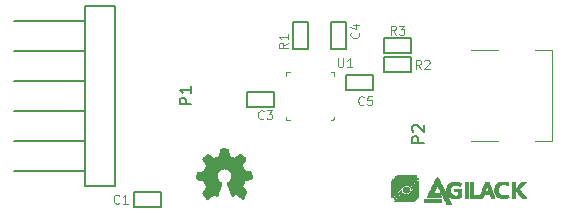
<source format=gbr>
G04 #@! TF.FileFunction,Legend,Top*
%FSLAX46Y46*%
G04 Gerber Fmt 4.6, Leading zero omitted, Abs format (unit mm)*
G04 Created by KiCad (PCBNEW 4.0.2+dfsg1-stable) date mar. 12 sept. 2017 13:22:42 CEST*
%MOMM*%
G01*
G04 APERTURE LIST*
%ADD10C,0.100000*%
%ADD11C,0.150000*%
%ADD12C,0.101600*%
%ADD13C,0.127000*%
%ADD14C,0.027940*%
%ADD15C,0.198120*%
G04 APERTURE END LIST*
D10*
D11*
X117100000Y-98650000D02*
X123100000Y-98650000D01*
X117100000Y-101190000D02*
X123100000Y-101190000D01*
X117100000Y-103730000D02*
X123100000Y-103730000D01*
X117100000Y-106270000D02*
X123100000Y-106270000D01*
X117100000Y-108810000D02*
X123100000Y-108810000D01*
X117100000Y-111350000D02*
X123100000Y-111350000D01*
X125640000Y-112620000D02*
X125640000Y-97380000D01*
X125640000Y-97380000D02*
X123100000Y-97380000D01*
X123100000Y-97380000D02*
X123100000Y-112620000D01*
X125640000Y-112620000D02*
X123100000Y-112620000D01*
D12*
X158061600Y-101139200D02*
X155724800Y-101139200D01*
X162650000Y-101139200D02*
X161211200Y-101139200D01*
X161211200Y-108860800D02*
X162650000Y-108860800D01*
X162650000Y-108860800D02*
X162650000Y-101139200D01*
X155724800Y-108860800D02*
X158061600Y-108860800D01*
X143877200Y-107082000D02*
X144029600Y-107082000D01*
X144029600Y-107082000D02*
X144182000Y-106929600D01*
X144182000Y-106929600D02*
X144182000Y-106777200D01*
X140118000Y-107082000D02*
X140422800Y-107082000D01*
X140118000Y-107082000D02*
X140118000Y-106777200D01*
X140118000Y-103018000D02*
X140118000Y-103322800D01*
X140118000Y-103018000D02*
X140422800Y-103018000D01*
X144182000Y-103018000D02*
X144182000Y-103322800D01*
X144182000Y-103018000D02*
X143877200Y-103018000D01*
D13*
X127257000Y-113165000D02*
X129543000Y-113165000D01*
X129543000Y-113165000D02*
X129543000Y-114435000D01*
X129543000Y-114435000D02*
X127257000Y-114435000D01*
X127257000Y-114435000D02*
X127257000Y-113165000D01*
X139118000Y-105935000D02*
X136832000Y-105935000D01*
X136832000Y-105935000D02*
X136832000Y-104665000D01*
X136832000Y-104665000D02*
X139118000Y-104665000D01*
X139118000Y-104665000D02*
X139118000Y-105935000D01*
X143865000Y-101043000D02*
X143865000Y-98757000D01*
X143865000Y-98757000D02*
X145135000Y-98757000D01*
X145135000Y-98757000D02*
X145135000Y-101043000D01*
X145135000Y-101043000D02*
X143865000Y-101043000D01*
X145182000Y-103240000D02*
X147468000Y-103240000D01*
X147468000Y-103240000D02*
X147468000Y-104510000D01*
X147468000Y-104510000D02*
X145182000Y-104510000D01*
X145182000Y-104510000D02*
X145182000Y-103240000D01*
X141960000Y-98757000D02*
X141960000Y-101043000D01*
X141960000Y-101043000D02*
X140690000Y-101043000D01*
X140690000Y-101043000D02*
X140690000Y-98757000D01*
X140690000Y-98757000D02*
X141960000Y-98757000D01*
X148382000Y-101740000D02*
X150668000Y-101740000D01*
X150668000Y-101740000D02*
X150668000Y-103010000D01*
X150668000Y-103010000D02*
X148382000Y-103010000D01*
X148382000Y-103010000D02*
X148382000Y-101740000D01*
X150668000Y-101410000D02*
X148382000Y-101410000D01*
X148382000Y-101410000D02*
X148382000Y-100140000D01*
X148382000Y-100140000D02*
X150668000Y-100140000D01*
X150668000Y-100140000D02*
X150668000Y-101410000D01*
D14*
X134683500Y-109461300D02*
X134937500Y-109461300D01*
X134531100Y-109486700D02*
X135166100Y-109486700D01*
X134531100Y-109512100D02*
X135166100Y-109512100D01*
X134505700Y-109537500D02*
X135191500Y-109537500D01*
X134505700Y-109562900D02*
X135191500Y-109562900D01*
X134505700Y-109588300D02*
X135191500Y-109588300D01*
X134505700Y-109613700D02*
X135191500Y-109613700D01*
X134505700Y-109639100D02*
X135191500Y-109639100D01*
X134505700Y-109664500D02*
X135191500Y-109664500D01*
X134480300Y-109689900D02*
X135216900Y-109689900D01*
X134480300Y-109715300D02*
X135216900Y-109715300D01*
X134480300Y-109740700D02*
X135216900Y-109740700D01*
X134480300Y-109766100D02*
X135216900Y-109766100D01*
X134480300Y-109791500D02*
X135216900Y-109791500D01*
X134454900Y-109816900D02*
X135216900Y-109816900D01*
X134454900Y-109842300D02*
X135242300Y-109842300D01*
X134454900Y-109867700D02*
X135242300Y-109867700D01*
X134454900Y-109893100D02*
X135242300Y-109893100D01*
X134454900Y-109918500D02*
X135242300Y-109918500D01*
X133413500Y-109943900D02*
X133489700Y-109943900D01*
X134454900Y-109943900D02*
X135242300Y-109943900D01*
X136182100Y-109943900D02*
X136283700Y-109943900D01*
X133388100Y-109969300D02*
X133515100Y-109969300D01*
X134429500Y-109969300D02*
X135242300Y-109969300D01*
X136131300Y-109969300D02*
X136309100Y-109969300D01*
X133362700Y-109994700D02*
X133565900Y-109994700D01*
X134429500Y-109994700D02*
X135242300Y-109994700D01*
X136105900Y-109994700D02*
X136334500Y-109994700D01*
X133311900Y-110020100D02*
X133591300Y-110020100D01*
X134429500Y-110020100D02*
X135267700Y-110020100D01*
X136055100Y-110020100D02*
X136385300Y-110020100D01*
X133286500Y-110045500D02*
X133642100Y-110045500D01*
X134429500Y-110045500D02*
X135267700Y-110045500D01*
X136029700Y-110045500D02*
X136410700Y-110045500D01*
X133261100Y-110070900D02*
X133667500Y-110070900D01*
X134429500Y-110070900D02*
X135267700Y-110070900D01*
X135978900Y-110070900D02*
X136436100Y-110070900D01*
X133235700Y-110096300D02*
X133692900Y-110096300D01*
X134404100Y-110096300D02*
X135267700Y-110096300D01*
X135953500Y-110096300D02*
X136461500Y-110096300D01*
X133210300Y-110121700D02*
X133743700Y-110121700D01*
X134327900Y-110121700D02*
X135369300Y-110121700D01*
X135902700Y-110121700D02*
X136486900Y-110121700D01*
X133184900Y-110147100D02*
X133769100Y-110147100D01*
X134251700Y-110147100D02*
X135445500Y-110147100D01*
X135877300Y-110147100D02*
X136512300Y-110147100D01*
X133159500Y-110172500D02*
X133819900Y-110172500D01*
X134175500Y-110172500D02*
X135496300Y-110172500D01*
X135826500Y-110172500D02*
X136537700Y-110172500D01*
X133134100Y-110197900D02*
X133845300Y-110197900D01*
X134124700Y-110197900D02*
X135572500Y-110197900D01*
X135801100Y-110197900D02*
X136563100Y-110197900D01*
X133108700Y-110223300D02*
X133870700Y-110223300D01*
X134073900Y-110223300D02*
X135623300Y-110223300D01*
X135775700Y-110223300D02*
X136588500Y-110223300D01*
X133083300Y-110248700D02*
X133921500Y-110248700D01*
X134023100Y-110248700D02*
X135674100Y-110248700D01*
X135724900Y-110248700D02*
X136613900Y-110248700D01*
X133057900Y-110274100D02*
X133946900Y-110274100D01*
X133972300Y-110274100D02*
X136639300Y-110274100D01*
X133032500Y-110299500D02*
X136639300Y-110299500D01*
X133032500Y-110324900D02*
X136664700Y-110324900D01*
X133007100Y-110350300D02*
X136664700Y-110350300D01*
X133007100Y-110375700D02*
X136664700Y-110375700D01*
X133032500Y-110401100D02*
X136664700Y-110401100D01*
X133032500Y-110426500D02*
X136639300Y-110426500D01*
X133057900Y-110451900D02*
X136639300Y-110451900D01*
X133083300Y-110477300D02*
X136613900Y-110477300D01*
X133083300Y-110502700D02*
X136588500Y-110502700D01*
X133108700Y-110528100D02*
X136563100Y-110528100D01*
X133134100Y-110553500D02*
X136563100Y-110553500D01*
X133159500Y-110578900D02*
X136537700Y-110578900D01*
X133159500Y-110604300D02*
X136512300Y-110604300D01*
X133184900Y-110629700D02*
X136512300Y-110629700D01*
X133210300Y-110655100D02*
X136486900Y-110655100D01*
X133210300Y-110680500D02*
X136461500Y-110680500D01*
X133235700Y-110705900D02*
X136436100Y-110705900D01*
X133261100Y-110731300D02*
X136436100Y-110731300D01*
X133261100Y-110756700D02*
X136410700Y-110756700D01*
X133286500Y-110782100D02*
X136385300Y-110782100D01*
X133311900Y-110807500D02*
X136359900Y-110807500D01*
X133311900Y-110832900D02*
X136359900Y-110832900D01*
X133337300Y-110858300D02*
X136334500Y-110858300D01*
X133337300Y-110883700D02*
X136334500Y-110883700D01*
X133337300Y-110909100D02*
X136359900Y-110909100D01*
X133311900Y-110934500D02*
X136385300Y-110934500D01*
X133311900Y-110959900D02*
X136385300Y-110959900D01*
X133286500Y-110985300D02*
X136410700Y-110985300D01*
X133286500Y-111010700D02*
X136410700Y-111010700D01*
X133261100Y-111036100D02*
X136436100Y-111036100D01*
X133261100Y-111061500D02*
X136436100Y-111061500D01*
X133235700Y-111086900D02*
X136461500Y-111086900D01*
X133235700Y-111112300D02*
X136461500Y-111112300D01*
X133210300Y-111137700D02*
X136461500Y-111137700D01*
X133210300Y-111163100D02*
X134734300Y-111163100D01*
X134962900Y-111163100D02*
X136486900Y-111163100D01*
X133210300Y-111188500D02*
X134658100Y-111188500D01*
X135039100Y-111188500D02*
X136486900Y-111188500D01*
X133184900Y-111213900D02*
X134581900Y-111213900D01*
X135115300Y-111213900D02*
X136512300Y-111213900D01*
X133184900Y-111239300D02*
X134531100Y-111239300D01*
X135166100Y-111239300D02*
X136512300Y-111239300D01*
X133184900Y-111264700D02*
X134505700Y-111264700D01*
X135191500Y-111264700D02*
X136512300Y-111264700D01*
X133159500Y-111290100D02*
X134454900Y-111290100D01*
X135242300Y-111290100D02*
X136537700Y-111290100D01*
X133159500Y-111315500D02*
X134429500Y-111315500D01*
X135267700Y-111315500D02*
X136613900Y-111315500D01*
X133159500Y-111340900D02*
X134404100Y-111340900D01*
X135293100Y-111340900D02*
X136766300Y-111340900D01*
X133134100Y-111366300D02*
X134378700Y-111366300D01*
X135318500Y-111366300D02*
X136893300Y-111366300D01*
X132981700Y-111391700D02*
X134353300Y-111391700D01*
X135343900Y-111391700D02*
X137045700Y-111391700D01*
X132829300Y-111417100D02*
X134353300Y-111417100D01*
X135343900Y-111417100D02*
X137147300Y-111417100D01*
X132676900Y-111442500D02*
X134327900Y-111442500D01*
X135369300Y-111442500D02*
X137147300Y-111442500D01*
X132549900Y-111467900D02*
X134302500Y-111467900D01*
X135394700Y-111467900D02*
X137172700Y-111467900D01*
X132524500Y-111493300D02*
X134302500Y-111493300D01*
X135394700Y-111493300D02*
X137172700Y-111493300D01*
X132524500Y-111518700D02*
X134277100Y-111518700D01*
X135420100Y-111518700D02*
X137172700Y-111518700D01*
X132524500Y-111544100D02*
X134277100Y-111544100D01*
X135420100Y-111544100D02*
X137172700Y-111544100D01*
X132524500Y-111569500D02*
X134251700Y-111569500D01*
X135445500Y-111569500D02*
X137172700Y-111569500D01*
X132524500Y-111594900D02*
X134251700Y-111594900D01*
X135445500Y-111594900D02*
X137172700Y-111594900D01*
X132524500Y-111620300D02*
X134251700Y-111620300D01*
X135445500Y-111620300D02*
X137172700Y-111620300D01*
X132524500Y-111645700D02*
X134251700Y-111645700D01*
X135470900Y-111645700D02*
X137172700Y-111645700D01*
X132524500Y-111671100D02*
X134226300Y-111671100D01*
X135470900Y-111671100D02*
X137172700Y-111671100D01*
X132524500Y-111696500D02*
X134226300Y-111696500D01*
X135470900Y-111696500D02*
X137198100Y-111696500D01*
X132499100Y-111721900D02*
X134226300Y-111721900D01*
X135470900Y-111721900D02*
X137198100Y-111721900D01*
X132499100Y-111747300D02*
X134226300Y-111747300D01*
X135470900Y-111747300D02*
X137198100Y-111747300D01*
X132499100Y-111772700D02*
X134226300Y-111772700D01*
X135470900Y-111772700D02*
X137198100Y-111772700D01*
X132499100Y-111798100D02*
X134226300Y-111798100D01*
X135470900Y-111798100D02*
X137198100Y-111798100D01*
X132499100Y-111823500D02*
X134226300Y-111823500D01*
X135470900Y-111823500D02*
X137198100Y-111823500D01*
X132499100Y-111848900D02*
X134226300Y-111848900D01*
X135470900Y-111848900D02*
X137198100Y-111848900D01*
X132499100Y-111874300D02*
X134226300Y-111874300D01*
X135470900Y-111874300D02*
X137198100Y-111874300D01*
X132499100Y-111899700D02*
X134226300Y-111899700D01*
X135470900Y-111899700D02*
X137198100Y-111899700D01*
X132499100Y-111925100D02*
X134251700Y-111925100D01*
X135470900Y-111925100D02*
X137198100Y-111925100D01*
X132524500Y-111950500D02*
X134251700Y-111950500D01*
X135445500Y-111950500D02*
X137198100Y-111950500D01*
X132524500Y-111975900D02*
X134251700Y-111975900D01*
X135445500Y-111975900D02*
X137172700Y-111975900D01*
X132524500Y-112001300D02*
X134277100Y-112001300D01*
X135445500Y-112001300D02*
X137172700Y-112001300D01*
X132524500Y-112026700D02*
X134277100Y-112026700D01*
X135420100Y-112026700D02*
X137172700Y-112026700D01*
X132524500Y-112052100D02*
X134277100Y-112052100D01*
X135420100Y-112052100D02*
X137147300Y-112052100D01*
X132524500Y-112077500D02*
X134302500Y-112077500D01*
X135394700Y-112077500D02*
X136994900Y-112077500D01*
X132626100Y-112102900D02*
X134327900Y-112102900D01*
X135394700Y-112102900D02*
X136842500Y-112102900D01*
X132753100Y-112128300D02*
X134327900Y-112128300D01*
X135369300Y-112128300D02*
X136664700Y-112128300D01*
X132905500Y-112153700D02*
X134353300Y-112153700D01*
X135343900Y-112153700D02*
X136563100Y-112153700D01*
X133032500Y-112179100D02*
X134378700Y-112179100D01*
X135318500Y-112179100D02*
X136563100Y-112179100D01*
X133134100Y-112204500D02*
X134404100Y-112204500D01*
X135318500Y-112204500D02*
X136563100Y-112204500D01*
X133159500Y-112229900D02*
X134404100Y-112229900D01*
X135293100Y-112229900D02*
X136537700Y-112229900D01*
X133159500Y-112255300D02*
X134454900Y-112255300D01*
X135242300Y-112255300D02*
X136537700Y-112255300D01*
X133159500Y-112280700D02*
X134480300Y-112280700D01*
X135216900Y-112280700D02*
X136537700Y-112280700D01*
X133159500Y-112306100D02*
X134505700Y-112306100D01*
X135191500Y-112306100D02*
X136537700Y-112306100D01*
X133184900Y-112331500D02*
X134556500Y-112331500D01*
X135140700Y-112331500D02*
X136512300Y-112331500D01*
X133184900Y-112356900D02*
X134607300Y-112356900D01*
X135089900Y-112356900D02*
X136512300Y-112356900D01*
X133184900Y-112382300D02*
X134632700Y-112382300D01*
X135089900Y-112382300D02*
X136512300Y-112382300D01*
X133210300Y-112407700D02*
X134632700Y-112407700D01*
X135089900Y-112407700D02*
X136486900Y-112407700D01*
X133210300Y-112433100D02*
X134632700Y-112433100D01*
X135089900Y-112433100D02*
X136486900Y-112433100D01*
X133210300Y-112458500D02*
X134607300Y-112458500D01*
X135115300Y-112458500D02*
X136461500Y-112458500D01*
X133235700Y-112483900D02*
X134607300Y-112483900D01*
X135115300Y-112483900D02*
X136461500Y-112483900D01*
X133235700Y-112509300D02*
X134607300Y-112509300D01*
X135115300Y-112509300D02*
X136461500Y-112509300D01*
X133261100Y-112534700D02*
X134581900Y-112534700D01*
X135140700Y-112534700D02*
X136436100Y-112534700D01*
X133261100Y-112560100D02*
X134581900Y-112560100D01*
X135140700Y-112560100D02*
X136436100Y-112560100D01*
X133286500Y-112585500D02*
X134556500Y-112585500D01*
X135166100Y-112585500D02*
X136410700Y-112585500D01*
X133286500Y-112610900D02*
X134556500Y-112610900D01*
X135166100Y-112610900D02*
X136410700Y-112610900D01*
X133311900Y-112636300D02*
X134556500Y-112636300D01*
X135166100Y-112636300D02*
X136385300Y-112636300D01*
X133311900Y-112661700D02*
X134531100Y-112661700D01*
X135191500Y-112661700D02*
X136410700Y-112661700D01*
X133337300Y-112687100D02*
X134531100Y-112687100D01*
X135191500Y-112687100D02*
X136410700Y-112687100D01*
X133337300Y-112712500D02*
X134531100Y-112712500D01*
X135216900Y-112712500D02*
X136436100Y-112712500D01*
X133337300Y-112737900D02*
X134505700Y-112737900D01*
X135216900Y-112737900D02*
X136461500Y-112737900D01*
X133337300Y-112763300D02*
X134505700Y-112763300D01*
X135216900Y-112763300D02*
X136486900Y-112763300D01*
X133311900Y-112788700D02*
X134505700Y-112788700D01*
X135242300Y-112788700D02*
X136486900Y-112788700D01*
X133286500Y-112814100D02*
X134480300Y-112814100D01*
X135242300Y-112814100D02*
X136512300Y-112814100D01*
X133261100Y-112839500D02*
X134480300Y-112839500D01*
X135242300Y-112839500D02*
X136537700Y-112839500D01*
X133261100Y-112864900D02*
X134480300Y-112864900D01*
X135267700Y-112864900D02*
X136537700Y-112864900D01*
X133235700Y-112890300D02*
X134454900Y-112890300D01*
X135267700Y-112890300D02*
X136563100Y-112890300D01*
X133210300Y-112915700D02*
X134454900Y-112915700D01*
X135293100Y-112915700D02*
X136588500Y-112915700D01*
X133184900Y-112941100D02*
X134454900Y-112941100D01*
X135293100Y-112941100D02*
X136588500Y-112941100D01*
X133184900Y-112966500D02*
X134429500Y-112966500D01*
X135293100Y-112966500D02*
X136613900Y-112966500D01*
X133159500Y-112991900D02*
X134429500Y-112991900D01*
X135318500Y-112991900D02*
X136639300Y-112991900D01*
X133134100Y-113017300D02*
X134404100Y-113017300D01*
X135318500Y-113017300D02*
X136639300Y-113017300D01*
X133134100Y-113042700D02*
X134404100Y-113042700D01*
X135343900Y-113042700D02*
X136664700Y-113042700D01*
X133108700Y-113068100D02*
X134404100Y-113068100D01*
X135343900Y-113068100D02*
X136690100Y-113068100D01*
X133083300Y-113093500D02*
X134378700Y-113093500D01*
X135343900Y-113093500D02*
X136715500Y-113093500D01*
X133057900Y-113118900D02*
X134378700Y-113118900D01*
X135369300Y-113118900D02*
X136715500Y-113118900D01*
X133057900Y-113144300D02*
X134378700Y-113144300D01*
X135369300Y-113144300D02*
X136740900Y-113144300D01*
X133032500Y-113169700D02*
X134353300Y-113169700D01*
X135394700Y-113169700D02*
X136740900Y-113169700D01*
X133007100Y-113195100D02*
X134353300Y-113195100D01*
X135394700Y-113195100D02*
X136740900Y-113195100D01*
X133007100Y-113220500D02*
X134353300Y-113220500D01*
X135394700Y-113220500D02*
X136715500Y-113220500D01*
X133007100Y-113245900D02*
X134327900Y-113245900D01*
X135420100Y-113245900D02*
X136690100Y-113245900D01*
X133007100Y-113271300D02*
X134327900Y-113271300D01*
X135420100Y-113271300D02*
X136664700Y-113271300D01*
X133032500Y-113296700D02*
X134327900Y-113296700D01*
X135420100Y-113296700D02*
X136639300Y-113296700D01*
X133057900Y-113322100D02*
X134302500Y-113322100D01*
X135445500Y-113322100D02*
X136639300Y-113322100D01*
X133083300Y-113347500D02*
X134302500Y-113347500D01*
X135445500Y-113347500D02*
X135801100Y-113347500D01*
X135851900Y-113347500D02*
X136613900Y-113347500D01*
X133108700Y-113372900D02*
X134302500Y-113372900D01*
X135470900Y-113372900D02*
X135724900Y-113372900D01*
X135928100Y-113372900D02*
X136588500Y-113372900D01*
X133134100Y-113398300D02*
X133896100Y-113398300D01*
X134023100Y-113398300D02*
X134277100Y-113398300D01*
X135470900Y-113398300D02*
X135674100Y-113398300D01*
X135953500Y-113398300D02*
X136563100Y-113398300D01*
X133159500Y-113423700D02*
X133845300Y-113423700D01*
X134099300Y-113423700D02*
X134277100Y-113423700D01*
X135470900Y-113423700D02*
X135623300Y-113423700D01*
X135978900Y-113423700D02*
X136537700Y-113423700D01*
X133184900Y-113449100D02*
X133794500Y-113449100D01*
X134150100Y-113449100D02*
X134251700Y-113449100D01*
X135496300Y-113449100D02*
X135572500Y-113449100D01*
X136004300Y-113449100D02*
X136563100Y-113449100D01*
X133210300Y-113474500D02*
X133769100Y-113474500D01*
X134200900Y-113474500D02*
X134251700Y-113474500D01*
X135496300Y-113474500D02*
X135521700Y-113474500D01*
X136004300Y-113474500D02*
X136563100Y-113474500D01*
X133235700Y-113499900D02*
X133718300Y-113499900D01*
X136055100Y-113499900D02*
X136563100Y-113499900D01*
X133261100Y-113525300D02*
X133692900Y-113525300D01*
X136080500Y-113525300D02*
X136563100Y-113525300D01*
X133261100Y-113550700D02*
X133642100Y-113550700D01*
X136105900Y-113550700D02*
X136563100Y-113550700D01*
X133261100Y-113576100D02*
X133616700Y-113576100D01*
X136156700Y-113576100D02*
X136563100Y-113576100D01*
X133261100Y-113601500D02*
X133591300Y-113601500D01*
X136207500Y-113601500D02*
X136537700Y-113601500D01*
X133286500Y-113626900D02*
X133565900Y-113626900D01*
X136258300Y-113626900D02*
X136537700Y-113626900D01*
X133286500Y-113652300D02*
X133540500Y-113652300D01*
X136283700Y-113652300D02*
X136512300Y-113652300D01*
X133311900Y-113677700D02*
X133540500Y-113677700D01*
X136309100Y-113677700D02*
X136512300Y-113677700D01*
X133337300Y-113703100D02*
X133515100Y-113703100D01*
X136334500Y-113703100D02*
X136486900Y-113703100D01*
X133362700Y-113728500D02*
X133515100Y-113728500D01*
X136359900Y-113728500D02*
X136461500Y-113728500D01*
X133388100Y-113753900D02*
X133489700Y-113753900D01*
X136385300Y-113753900D02*
X136436100Y-113753900D01*
X133413500Y-113779300D02*
X133489700Y-113779300D01*
X149494240Y-111704120D02*
X151145240Y-111704120D01*
X149468840Y-111729520D02*
X151145240Y-111729520D01*
X149443440Y-111754920D02*
X151145240Y-111754920D01*
X149418040Y-111780320D02*
X151145240Y-111780320D01*
X149392640Y-111805720D02*
X151145240Y-111805720D01*
X149367240Y-111831120D02*
X151145240Y-111831120D01*
X149341840Y-111856520D02*
X151145240Y-111856520D01*
X152872440Y-111856520D02*
X152897840Y-111856520D01*
X149316440Y-111881920D02*
X149621240Y-111881920D01*
X152847040Y-111881920D02*
X152923240Y-111881920D01*
X149291040Y-111907320D02*
X149595840Y-111907320D01*
X152847040Y-111907320D02*
X152923240Y-111907320D01*
X149265640Y-111932720D02*
X149570440Y-111932720D01*
X152821640Y-111932720D02*
X152948640Y-111932720D01*
X149240240Y-111958120D02*
X149545040Y-111958120D01*
X149621240Y-111958120D02*
X151297640Y-111958120D01*
X152821640Y-111958120D02*
X152948640Y-111958120D01*
X149214840Y-111983520D02*
X149519640Y-111983520D01*
X149595840Y-111983520D02*
X151297640Y-111983520D01*
X152796240Y-111983520D02*
X152974040Y-111983520D01*
X149189440Y-112008920D02*
X149494240Y-112008920D01*
X149570440Y-112008920D02*
X151246840Y-112008920D01*
X152796240Y-112008920D02*
X152974040Y-112008920D01*
X149164040Y-112034320D02*
X149468840Y-112034320D01*
X149545040Y-112034320D02*
X151221440Y-112034320D01*
X152770840Y-112034320D02*
X152999440Y-112034320D01*
X149138640Y-112059720D02*
X149443440Y-112059720D01*
X149519640Y-112059720D02*
X151196040Y-112059720D01*
X152770840Y-112059720D02*
X152999440Y-112059720D01*
X149113240Y-112085120D02*
X149418040Y-112085120D01*
X149494240Y-112085120D02*
X151170640Y-112085120D01*
X152745440Y-112085120D02*
X153024840Y-112085120D01*
X149087840Y-112110520D02*
X149392640Y-112110520D01*
X149468840Y-112110520D02*
X151145240Y-112110520D01*
X152745440Y-112110520D02*
X153024840Y-112110520D01*
X149062440Y-112135920D02*
X149367240Y-112135920D01*
X149443440Y-112135920D02*
X151119840Y-112135920D01*
X152720040Y-112135920D02*
X153050240Y-112135920D01*
X149037040Y-112161320D02*
X149341840Y-112161320D01*
X149418040Y-112161320D02*
X151094440Y-112161320D01*
X152720040Y-112161320D02*
X153050240Y-112161320D01*
X149011640Y-112186720D02*
X149316440Y-112186720D01*
X149392640Y-112186720D02*
X151069040Y-112186720D01*
X151221440Y-112186720D02*
X151297640Y-112186720D01*
X152694640Y-112186720D02*
X153075640Y-112186720D01*
X148986240Y-112212120D02*
X149291040Y-112212120D01*
X149367240Y-112212120D02*
X151043640Y-112212120D01*
X151221440Y-112212120D02*
X151297640Y-112212120D01*
X152694640Y-112212120D02*
X153075640Y-112212120D01*
X148986240Y-112237520D02*
X149267800Y-112237520D01*
X149341840Y-112237520D02*
X151018240Y-112237520D01*
X151170640Y-112237520D02*
X151297640Y-112237520D01*
X152669240Y-112237520D02*
X153101040Y-112237520D01*
X148986240Y-112262920D02*
X149237800Y-112262920D01*
X149316440Y-112262920D02*
X150992840Y-112262920D01*
X151145240Y-112262920D02*
X151297640Y-112262920D01*
X152669240Y-112262920D02*
X153101040Y-112262920D01*
X155260040Y-112262920D02*
X155514040Y-112262920D01*
X155691840Y-112262920D02*
X155945840Y-112262920D01*
X156961840Y-112262920D02*
X157241240Y-112262920D01*
X158257240Y-112262920D02*
X158714440Y-112262920D01*
X159273240Y-112262920D02*
X159527240Y-112262920D01*
X160060640Y-112262920D02*
X160416240Y-112262920D01*
X148986240Y-112288320D02*
X149214840Y-112288320D01*
X149291040Y-112288320D02*
X150967440Y-112288320D01*
X151119840Y-112288320D02*
X151297640Y-112288320D01*
X152643840Y-112288320D02*
X153126440Y-112288320D01*
X154193240Y-112288320D02*
X154625040Y-112288320D01*
X155260040Y-112288320D02*
X155514040Y-112288320D01*
X155691840Y-112288320D02*
X155945840Y-112288320D01*
X156936440Y-112288320D02*
X157241240Y-112288320D01*
X158181040Y-112288320D02*
X158816040Y-112288320D01*
X159273240Y-112288320D02*
X159527240Y-112288320D01*
X160035240Y-112288320D02*
X160390840Y-112288320D01*
X148986240Y-112313720D02*
X149197800Y-112313720D01*
X149265640Y-112313720D02*
X150942040Y-112313720D01*
X151094440Y-112313720D02*
X151297640Y-112313720D01*
X152643840Y-112313720D02*
X153126440Y-112313720D01*
X154091640Y-112313720D02*
X154701240Y-112313720D01*
X155260040Y-112313720D02*
X155514040Y-112313720D01*
X155691840Y-112313720D02*
X155945840Y-112313720D01*
X156936440Y-112313720D02*
X157266640Y-112313720D01*
X158130240Y-112313720D02*
X158866840Y-112313720D01*
X159273240Y-112313720D02*
X159527240Y-112313720D01*
X160009840Y-112313720D02*
X160365440Y-112313720D01*
X148986240Y-112339120D02*
X149177800Y-112339120D01*
X149240240Y-112339120D02*
X150916640Y-112339120D01*
X151069040Y-112339120D02*
X151297640Y-112339120D01*
X152618440Y-112339120D02*
X153151840Y-112339120D01*
X154040840Y-112339120D02*
X154777440Y-112339120D01*
X155260040Y-112339120D02*
X155514040Y-112339120D01*
X155691840Y-112339120D02*
X155945840Y-112339120D01*
X156936440Y-112339120D02*
X157266640Y-112339120D01*
X158079440Y-112339120D02*
X158917640Y-112339120D01*
X159273240Y-112339120D02*
X159527240Y-112339120D01*
X159984440Y-112339120D02*
X160340040Y-112339120D01*
X148986240Y-112364520D02*
X149164040Y-112364520D01*
X149240240Y-112364520D02*
X150891240Y-112364520D01*
X151043640Y-112364520D02*
X151246840Y-112364520D01*
X152618440Y-112364520D02*
X153151840Y-112364520D01*
X153990040Y-112364520D02*
X154828240Y-112364520D01*
X155260040Y-112364520D02*
X155514040Y-112364520D01*
X155691840Y-112364520D02*
X155945840Y-112364520D01*
X156911040Y-112364520D02*
X157266640Y-112364520D01*
X158028640Y-112364520D02*
X158917640Y-112364520D01*
X159273240Y-112364520D02*
X159527240Y-112364520D01*
X159959040Y-112364520D02*
X160314640Y-112364520D01*
X148986240Y-112389920D02*
X149164040Y-112389920D01*
X149240240Y-112389920D02*
X150865840Y-112389920D01*
X151018240Y-112389920D02*
X151221440Y-112389920D01*
X152593040Y-112389920D02*
X153177240Y-112389920D01*
X153964640Y-112389920D02*
X154879040Y-112389920D01*
X155260040Y-112389920D02*
X155514040Y-112389920D01*
X155691840Y-112389920D02*
X155945840Y-112389920D01*
X156911040Y-112389920D02*
X157292040Y-112389920D01*
X158003240Y-112389920D02*
X158917640Y-112389920D01*
X159273240Y-112389920D02*
X159527240Y-112389920D01*
X159933640Y-112389920D02*
X160289240Y-112389920D01*
X148986240Y-112415320D02*
X149164040Y-112415320D01*
X149240240Y-112415320D02*
X150840440Y-112415320D01*
X150992840Y-112415320D02*
X151196040Y-112415320D01*
X152593040Y-112415320D02*
X153177240Y-112415320D01*
X153913840Y-112415320D02*
X154904440Y-112415320D01*
X155260040Y-112415320D02*
X155514040Y-112415320D01*
X155691840Y-112415320D02*
X155945840Y-112415320D01*
X156911040Y-112415320D02*
X157292040Y-112415320D01*
X157952440Y-112415320D02*
X158892240Y-112415320D01*
X159273240Y-112415320D02*
X159527240Y-112415320D01*
X159908240Y-112415320D02*
X160263840Y-112415320D01*
X148986240Y-112440720D02*
X149164040Y-112440720D01*
X149240240Y-112440720D02*
X150815040Y-112440720D01*
X150967440Y-112440720D02*
X151170640Y-112440720D01*
X152567640Y-112440720D02*
X153202640Y-112440720D01*
X153888440Y-112440720D02*
X154904440Y-112440720D01*
X155260040Y-112440720D02*
X155514040Y-112440720D01*
X155691840Y-112440720D02*
X155945840Y-112440720D01*
X156885640Y-112440720D02*
X157317440Y-112440720D01*
X157927040Y-112440720D02*
X158892240Y-112440720D01*
X159273240Y-112440720D02*
X159527240Y-112440720D01*
X159908240Y-112440720D02*
X160238440Y-112440720D01*
X148986240Y-112466120D02*
X149164040Y-112466120D01*
X149240240Y-112466120D02*
X150789640Y-112466120D01*
X150942040Y-112466120D02*
X151145240Y-112466120D01*
X152567640Y-112466120D02*
X153202640Y-112466120D01*
X153863040Y-112466120D02*
X154904440Y-112466120D01*
X155260040Y-112466120D02*
X155514040Y-112466120D01*
X155691840Y-112466120D02*
X155945840Y-112466120D01*
X156885640Y-112466120D02*
X157317440Y-112466120D01*
X157901640Y-112466120D02*
X158866840Y-112466120D01*
X159273240Y-112466120D02*
X159527240Y-112466120D01*
X159882840Y-112466120D02*
X160213040Y-112466120D01*
X148986240Y-112491520D02*
X149164040Y-112491520D01*
X149240240Y-112491520D02*
X150764240Y-112491520D01*
X150916640Y-112491520D02*
X151119840Y-112491520D01*
X151246840Y-112491520D02*
X151297640Y-112491520D01*
X152542240Y-112491520D02*
X153228040Y-112491520D01*
X153837640Y-112491520D02*
X154879040Y-112491520D01*
X155260040Y-112491520D02*
X155514040Y-112491520D01*
X155691840Y-112491520D02*
X155945840Y-112491520D01*
X156885640Y-112491520D02*
X157317440Y-112491520D01*
X157901640Y-112491520D02*
X158866840Y-112491520D01*
X159273240Y-112491520D02*
X159527240Y-112491520D01*
X159857440Y-112491520D02*
X160187640Y-112491520D01*
X148986240Y-112516920D02*
X149164040Y-112516920D01*
X149240240Y-112516920D02*
X150738840Y-112516920D01*
X150891240Y-112516920D02*
X151094440Y-112516920D01*
X151221440Y-112516920D02*
X151297640Y-112516920D01*
X152542240Y-112516920D02*
X153228040Y-112516920D01*
X153812240Y-112516920D02*
X154853640Y-112516920D01*
X155260040Y-112516920D02*
X155514040Y-112516920D01*
X155691840Y-112516920D02*
X155945840Y-112516920D01*
X156860240Y-112516920D02*
X157342840Y-112516920D01*
X157876240Y-112516920D02*
X158333440Y-112516920D01*
X158689040Y-112516920D02*
X158866840Y-112516920D01*
X159273240Y-112516920D02*
X159527240Y-112516920D01*
X159832040Y-112516920D02*
X160162240Y-112516920D01*
X148986240Y-112542320D02*
X149164040Y-112542320D01*
X149240240Y-112542320D02*
X150713440Y-112542320D01*
X150865840Y-112542320D02*
X151069040Y-112542320D01*
X151196040Y-112542320D02*
X151297640Y-112542320D01*
X152516840Y-112542320D02*
X152872440Y-112542320D01*
X152897840Y-112542320D02*
X153253440Y-112542320D01*
X153812240Y-112542320D02*
X154269440Y-112542320D01*
X154574240Y-112542320D02*
X154853640Y-112542320D01*
X155260040Y-112542320D02*
X155514040Y-112542320D01*
X155691840Y-112542320D02*
X155945840Y-112542320D01*
X156860240Y-112542320D02*
X157342840Y-112542320D01*
X157850840Y-112542320D02*
X158282640Y-112542320D01*
X158765240Y-112542320D02*
X158841440Y-112542320D01*
X159273240Y-112542320D02*
X159527240Y-112542320D01*
X159806640Y-112542320D02*
X160136840Y-112542320D01*
X148986240Y-112567720D02*
X149164040Y-112567720D01*
X149240240Y-112567720D02*
X150154640Y-112567720D01*
X150357840Y-112567720D02*
X150688040Y-112567720D01*
X150840440Y-112567720D02*
X151043640Y-112567720D01*
X151170640Y-112567720D02*
X151297640Y-112567720D01*
X152516840Y-112567720D02*
X152872440Y-112567720D01*
X152897840Y-112567720D02*
X153253440Y-112567720D01*
X153786840Y-112567720D02*
X154193240Y-112567720D01*
X154675840Y-112567720D02*
X154828240Y-112567720D01*
X155260040Y-112567720D02*
X155514040Y-112567720D01*
X155691840Y-112567720D02*
X155945840Y-112567720D01*
X156834840Y-112567720D02*
X157342840Y-112567720D01*
X157825440Y-112567720D02*
X158231840Y-112567720D01*
X159273240Y-112567720D02*
X159527240Y-112567720D01*
X159781240Y-112567720D02*
X160136840Y-112567720D01*
X148986240Y-112593120D02*
X149164040Y-112593120D01*
X149240240Y-112593120D02*
X150078440Y-112593120D01*
X150434040Y-112593120D02*
X150662640Y-112593120D01*
X150815040Y-112593120D02*
X151018240Y-112593120D01*
X151145240Y-112593120D02*
X151297640Y-112593120D01*
X152491440Y-112593120D02*
X152847040Y-112593120D01*
X152923240Y-112593120D02*
X153278840Y-112593120D01*
X153761440Y-112593120D02*
X154167840Y-112593120D01*
X154726640Y-112593120D02*
X154828240Y-112593120D01*
X155260040Y-112593120D02*
X155514040Y-112593120D01*
X155691840Y-112593120D02*
X155945840Y-112593120D01*
X156834840Y-112593120D02*
X157368240Y-112593120D01*
X157825440Y-112593120D02*
X158181040Y-112593120D01*
X159273240Y-112593120D02*
X159527240Y-112593120D01*
X159755840Y-112593120D02*
X160111440Y-112593120D01*
X148986240Y-112618520D02*
X149164040Y-112618520D01*
X149240240Y-112618520D02*
X150053040Y-112618520D01*
X150484840Y-112618520D02*
X150637240Y-112618520D01*
X150789640Y-112618520D02*
X150992840Y-112618520D01*
X151119840Y-112618520D02*
X151297640Y-112618520D01*
X152491440Y-112618520D02*
X152847040Y-112618520D01*
X152923240Y-112618520D02*
X153278840Y-112618520D01*
X153761440Y-112618520D02*
X154117040Y-112618520D01*
X154777440Y-112618520D02*
X154802840Y-112618520D01*
X155260040Y-112618520D02*
X155514040Y-112618520D01*
X155691840Y-112618520D02*
X155945840Y-112618520D01*
X156834840Y-112618520D02*
X157088840Y-112618520D01*
X157114240Y-112618520D02*
X157368240Y-112618520D01*
X157800040Y-112618520D02*
X158155640Y-112618520D01*
X159273240Y-112618520D02*
X159527240Y-112618520D01*
X159730440Y-112618520D02*
X160086040Y-112618520D01*
X148986240Y-112643920D02*
X149164040Y-112643920D01*
X149240240Y-112643920D02*
X150002240Y-112643920D01*
X150510240Y-112643920D02*
X150611840Y-112643920D01*
X150764240Y-112643920D02*
X150967440Y-112643920D01*
X151094440Y-112643920D02*
X151297640Y-112643920D01*
X152466040Y-112643920D02*
X152821640Y-112643920D01*
X152948640Y-112643920D02*
X153304240Y-112643920D01*
X153736040Y-112643920D02*
X154091640Y-112643920D01*
X155260040Y-112643920D02*
X155514040Y-112643920D01*
X155691840Y-112643920D02*
X155945840Y-112643920D01*
X156809440Y-112643920D02*
X157063440Y-112643920D01*
X157114240Y-112643920D02*
X157393640Y-112643920D01*
X157800040Y-112643920D02*
X158130240Y-112643920D01*
X159273240Y-112643920D02*
X159527240Y-112643920D01*
X159730440Y-112643920D02*
X160060640Y-112643920D01*
X148986240Y-112669320D02*
X149164040Y-112669320D01*
X149240240Y-112669320D02*
X149976840Y-112669320D01*
X150535640Y-112669320D02*
X150586440Y-112669320D01*
X150738840Y-112669320D02*
X150942040Y-112669320D01*
X151069040Y-112669320D02*
X151297640Y-112669320D01*
X152466040Y-112669320D02*
X152821640Y-112669320D01*
X152948640Y-112669320D02*
X153304240Y-112669320D01*
X153736040Y-112669320D02*
X154066240Y-112669320D01*
X155260040Y-112669320D02*
X155514040Y-112669320D01*
X155691840Y-112669320D02*
X155945840Y-112669320D01*
X156809440Y-112669320D02*
X157063440Y-112669320D01*
X157114240Y-112669320D02*
X157393640Y-112669320D01*
X157774640Y-112669320D02*
X158104840Y-112669320D01*
X159273240Y-112669320D02*
X159527240Y-112669320D01*
X159705040Y-112669320D02*
X160035240Y-112669320D01*
X148986240Y-112694720D02*
X149164040Y-112694720D01*
X149240240Y-112694720D02*
X149951440Y-112694720D01*
X150180040Y-112694720D02*
X150357840Y-112694720D01*
X150561040Y-112694720D02*
X150586440Y-112694720D01*
X150713440Y-112694720D02*
X150916640Y-112694720D01*
X151043640Y-112694720D02*
X151297640Y-112694720D01*
X152440640Y-112694720D02*
X152821640Y-112694720D01*
X152974040Y-112694720D02*
X153329640Y-112694720D01*
X153710640Y-112694720D02*
X154040840Y-112694720D01*
X155260040Y-112694720D02*
X155514040Y-112694720D01*
X155691840Y-112694720D02*
X155945840Y-112694720D01*
X156809440Y-112694720D02*
X157063440Y-112694720D01*
X157139640Y-112694720D02*
X157393640Y-112694720D01*
X157774640Y-112694720D02*
X158104840Y-112694720D01*
X159273240Y-112694720D02*
X159527240Y-112694720D01*
X159679640Y-112694720D02*
X160009840Y-112694720D01*
X148986240Y-112720120D02*
X149164040Y-112720120D01*
X149240240Y-112720120D02*
X149926040Y-112720120D01*
X150129240Y-112720120D02*
X150408640Y-112720120D01*
X150688040Y-112720120D02*
X150891240Y-112720120D01*
X151018240Y-112720120D02*
X151297640Y-112720120D01*
X152440640Y-112720120D02*
X152796240Y-112720120D01*
X152974040Y-112720120D02*
X153329640Y-112720120D01*
X153710640Y-112720120D02*
X154015440Y-112720120D01*
X155260040Y-112720120D02*
X155514040Y-112720120D01*
X155691840Y-112720120D02*
X155945840Y-112720120D01*
X156784040Y-112720120D02*
X157038040Y-112720120D01*
X157139640Y-112720120D02*
X157419040Y-112720120D01*
X157774640Y-112720120D02*
X158079440Y-112720120D01*
X159273240Y-112720120D02*
X159527240Y-112720120D01*
X159654240Y-112720120D02*
X159984440Y-112720120D01*
X148986240Y-112745520D02*
X149164040Y-112745520D01*
X149240240Y-112745520D02*
X149900640Y-112745520D01*
X150103840Y-112745520D02*
X150434040Y-112745520D01*
X150662640Y-112745520D02*
X150865840Y-112745520D01*
X150992840Y-112745520D02*
X151297640Y-112745520D01*
X152415240Y-112745520D02*
X152796240Y-112745520D01*
X152999440Y-112745520D02*
X153355040Y-112745520D01*
X153710640Y-112745520D02*
X154015440Y-112745520D01*
X155260040Y-112745520D02*
X155514040Y-112745520D01*
X155691840Y-112745520D02*
X155945840Y-112745520D01*
X156784040Y-112745520D02*
X157038040Y-112745520D01*
X157139640Y-112745520D02*
X157419040Y-112745520D01*
X157774640Y-112745520D02*
X158079440Y-112745520D01*
X159273240Y-112745520D02*
X159527240Y-112745520D01*
X159628840Y-112745520D02*
X159959040Y-112745520D01*
X148986240Y-112770920D02*
X149164040Y-112770920D01*
X149240240Y-112770920D02*
X149875240Y-112770920D01*
X150078440Y-112770920D02*
X150459440Y-112770920D01*
X150662640Y-112770920D02*
X150840440Y-112770920D01*
X150967440Y-112770920D02*
X151297640Y-112770920D01*
X152415240Y-112770920D02*
X152770840Y-112770920D01*
X152999440Y-112770920D02*
X153380440Y-112770920D01*
X153710640Y-112770920D02*
X153990040Y-112770920D01*
X155260040Y-112770920D02*
X155514040Y-112770920D01*
X155691840Y-112770920D02*
X155945840Y-112770920D01*
X156758640Y-112770920D02*
X157038040Y-112770920D01*
X157165040Y-112770920D02*
X157419040Y-112770920D01*
X157749240Y-112770920D02*
X158054040Y-112770920D01*
X159273240Y-112770920D02*
X159527240Y-112770920D01*
X159603440Y-112770920D02*
X159933640Y-112770920D01*
X148986240Y-112796320D02*
X149164040Y-112796320D01*
X149240240Y-112796320D02*
X149849840Y-112796320D01*
X150053040Y-112796320D02*
X150484840Y-112796320D01*
X150662640Y-112796320D02*
X150815040Y-112796320D01*
X150942040Y-112796320D02*
X151297640Y-112796320D01*
X152389840Y-112796320D02*
X152770840Y-112796320D01*
X153024840Y-112796320D02*
X153380440Y-112796320D01*
X153685240Y-112796320D02*
X153990040Y-112796320D01*
X155260040Y-112796320D02*
X155514040Y-112796320D01*
X155691840Y-112796320D02*
X155945840Y-112796320D01*
X156758640Y-112796320D02*
X157012640Y-112796320D01*
X157165040Y-112796320D02*
X157444440Y-112796320D01*
X157749240Y-112796320D02*
X158054040Y-112796320D01*
X159273240Y-112796320D02*
X159527240Y-112796320D01*
X159578040Y-112796320D02*
X159908240Y-112796320D01*
X148986240Y-112821720D02*
X149164040Y-112821720D01*
X149240240Y-112821720D02*
X149824440Y-112821720D01*
X150053040Y-112821720D02*
X150484840Y-112821720D01*
X150662640Y-112821720D02*
X150764240Y-112821720D01*
X150916640Y-112821720D02*
X151297640Y-112821720D01*
X152389840Y-112821720D02*
X152745440Y-112821720D01*
X153024840Y-112821720D02*
X153405840Y-112821720D01*
X153685240Y-112821720D02*
X153990040Y-112821720D01*
X155260040Y-112821720D02*
X155514040Y-112821720D01*
X155691840Y-112821720D02*
X155945840Y-112821720D01*
X156758640Y-112821720D02*
X157012640Y-112821720D01*
X157165040Y-112821720D02*
X157444440Y-112821720D01*
X157749240Y-112821720D02*
X158028640Y-112821720D01*
X159273240Y-112821720D02*
X159527240Y-112821720D01*
X159552640Y-112821720D02*
X159882840Y-112821720D01*
X148986240Y-112847120D02*
X149164040Y-112847120D01*
X149240240Y-112847120D02*
X149799040Y-112847120D01*
X150027640Y-112847120D02*
X150484840Y-112847120D01*
X150662640Y-112847120D02*
X150738840Y-112847120D01*
X150891240Y-112847120D02*
X151297640Y-112847120D01*
X152364440Y-112847120D02*
X152745440Y-112847120D01*
X153050240Y-112847120D02*
X153405840Y-112847120D01*
X153685240Y-112847120D02*
X153964640Y-112847120D01*
X155260040Y-112847120D02*
X155514040Y-112847120D01*
X155691840Y-112847120D02*
X155945840Y-112847120D01*
X156733240Y-112847120D02*
X157012640Y-112847120D01*
X157190440Y-112847120D02*
X157444440Y-112847120D01*
X157749240Y-112847120D02*
X158028640Y-112847120D01*
X159273240Y-112847120D02*
X159527240Y-112847120D01*
X159552640Y-112847120D02*
X159857440Y-112847120D01*
X148986240Y-112872520D02*
X149164040Y-112872520D01*
X149240240Y-112872520D02*
X149773640Y-112872520D01*
X150027640Y-112872520D02*
X150510240Y-112872520D01*
X150662640Y-112872520D02*
X150713440Y-112872520D01*
X150865840Y-112872520D02*
X151297640Y-112872520D01*
X152364440Y-112872520D02*
X152720040Y-112872520D01*
X153050240Y-112872520D02*
X153431240Y-112872520D01*
X153685240Y-112872520D02*
X153964640Y-112872520D01*
X155260040Y-112872520D02*
X155514040Y-112872520D01*
X155691840Y-112872520D02*
X155945840Y-112872520D01*
X156733240Y-112872520D02*
X156987240Y-112872520D01*
X157190440Y-112872520D02*
X157469840Y-112872520D01*
X157749240Y-112872520D02*
X158028640Y-112872520D01*
X159273240Y-112872520D02*
X159832040Y-112872520D01*
X148986240Y-112897920D02*
X149164040Y-112897920D01*
X149240240Y-112897920D02*
X149748240Y-112897920D01*
X150027640Y-112897920D02*
X150510240Y-112897920D01*
X150662640Y-112897920D02*
X150688040Y-112897920D01*
X150840440Y-112897920D02*
X151297640Y-112897920D01*
X152339040Y-112897920D02*
X152720040Y-112897920D01*
X153075640Y-112897920D02*
X153431240Y-112897920D01*
X153685240Y-112897920D02*
X153964640Y-112897920D01*
X154320240Y-112897920D02*
X154955240Y-112897920D01*
X155260040Y-112897920D02*
X155514040Y-112897920D01*
X155691840Y-112897920D02*
X155945840Y-112897920D01*
X156733240Y-112897920D02*
X156987240Y-112897920D01*
X157190440Y-112897920D02*
X157469840Y-112897920D01*
X157749240Y-112897920D02*
X158028640Y-112897920D01*
X159273240Y-112897920D02*
X159806640Y-112897920D01*
X148986240Y-112923320D02*
X149164040Y-112923320D01*
X149240240Y-112923320D02*
X149722840Y-112923320D01*
X150027640Y-112923320D02*
X150510240Y-112923320D01*
X150815040Y-112923320D02*
X151297640Y-112923320D01*
X152339040Y-112923320D02*
X152694640Y-112923320D01*
X153075640Y-112923320D02*
X153456640Y-112923320D01*
X153685240Y-112923320D02*
X153964640Y-112923320D01*
X154320240Y-112923320D02*
X154955240Y-112923320D01*
X155260040Y-112923320D02*
X155514040Y-112923320D01*
X155691840Y-112923320D02*
X155945840Y-112923320D01*
X156707840Y-112923320D02*
X156987240Y-112923320D01*
X157215840Y-112923320D02*
X157495240Y-112923320D01*
X157749240Y-112923320D02*
X158028640Y-112923320D01*
X159273240Y-112923320D02*
X159806640Y-112923320D01*
X148986240Y-112948720D02*
X149164040Y-112948720D01*
X149240240Y-112948720D02*
X149697440Y-112948720D01*
X150027640Y-112948720D02*
X150510240Y-112948720D01*
X150789640Y-112948720D02*
X151297640Y-112948720D01*
X152313640Y-112948720D02*
X152694640Y-112948720D01*
X153101040Y-112948720D02*
X153456640Y-112948720D01*
X153685240Y-112948720D02*
X153964640Y-112948720D01*
X154320240Y-112948720D02*
X154955240Y-112948720D01*
X155260040Y-112948720D02*
X155514040Y-112948720D01*
X155691840Y-112948720D02*
X155945840Y-112948720D01*
X156707840Y-112948720D02*
X156961840Y-112948720D01*
X157215840Y-112948720D02*
X157495240Y-112948720D01*
X157749240Y-112948720D02*
X158028640Y-112948720D01*
X159273240Y-112948720D02*
X159832040Y-112948720D01*
X148986240Y-112974120D02*
X149164040Y-112974120D01*
X149240240Y-112974120D02*
X149672040Y-112974120D01*
X149849840Y-112974120D02*
X149875240Y-112974120D01*
X150027640Y-112974120D02*
X150510240Y-112974120D01*
X150764240Y-112974120D02*
X151297640Y-112974120D01*
X152313640Y-112974120D02*
X152669240Y-112974120D01*
X153101040Y-112974120D02*
X153482040Y-112974120D01*
X153685240Y-112974120D02*
X153964640Y-112974120D01*
X154320240Y-112974120D02*
X154955240Y-112974120D01*
X155260040Y-112974120D02*
X155514040Y-112974120D01*
X155691840Y-112974120D02*
X155945840Y-112974120D01*
X156707840Y-112974120D02*
X156961840Y-112974120D01*
X157215840Y-112974120D02*
X157495240Y-112974120D01*
X157749240Y-112974120D02*
X158028640Y-112974120D01*
X159273240Y-112974120D02*
X159857440Y-112974120D01*
X148986240Y-112999520D02*
X149164040Y-112999520D01*
X149240240Y-112999520D02*
X149646640Y-112999520D01*
X149824440Y-112999520D02*
X149875240Y-112999520D01*
X150027640Y-112999520D02*
X150510240Y-112999520D01*
X150738840Y-112999520D02*
X151297640Y-112999520D01*
X152288240Y-112999520D02*
X152669240Y-112999520D01*
X153126440Y-112999520D02*
X153482040Y-112999520D01*
X153685240Y-112999520D02*
X153964640Y-112999520D01*
X154320240Y-112999520D02*
X154955240Y-112999520D01*
X155260040Y-112999520D02*
X155514040Y-112999520D01*
X155691840Y-112999520D02*
X155945840Y-112999520D01*
X156682440Y-112999520D02*
X156961840Y-112999520D01*
X157241240Y-112999520D02*
X157520640Y-112999520D01*
X157749240Y-112999520D02*
X158028640Y-112999520D01*
X159273240Y-112999520D02*
X159882840Y-112999520D01*
X148986240Y-113024920D02*
X149164040Y-113024920D01*
X149240240Y-113024920D02*
X149621240Y-113024920D01*
X149799040Y-113024920D02*
X149875240Y-113024920D01*
X150027640Y-113024920D02*
X150510240Y-113024920D01*
X150713440Y-113024920D02*
X151297640Y-113024920D01*
X152288240Y-113024920D02*
X152669240Y-113024920D01*
X153126440Y-113024920D02*
X153507440Y-113024920D01*
X153685240Y-113024920D02*
X153964640Y-113024920D01*
X154320240Y-113024920D02*
X154955240Y-113024920D01*
X155260040Y-113024920D02*
X155514040Y-113024920D01*
X155691840Y-113024920D02*
X155945840Y-113024920D01*
X156682440Y-113024920D02*
X156936440Y-113024920D01*
X157241240Y-113024920D02*
X157520640Y-113024920D01*
X157749240Y-113024920D02*
X158028640Y-113024920D01*
X159273240Y-113024920D02*
X159527240Y-113024920D01*
X159552640Y-113024920D02*
X159882840Y-113024920D01*
X148986240Y-113050320D02*
X149164040Y-113050320D01*
X149240240Y-113050320D02*
X149595840Y-113050320D01*
X149773640Y-113050320D02*
X149875240Y-113050320D01*
X150027640Y-113050320D02*
X150484840Y-113050320D01*
X150688040Y-113050320D02*
X151297640Y-113050320D01*
X152262840Y-113050320D02*
X152643840Y-113050320D01*
X153151840Y-113050320D02*
X153507440Y-113050320D01*
X153685240Y-113050320D02*
X153964640Y-113050320D01*
X154320240Y-113050320D02*
X154955240Y-113050320D01*
X155260040Y-113050320D02*
X155514040Y-113050320D01*
X155691840Y-113050320D02*
X155945840Y-113050320D01*
X156657040Y-113050320D02*
X156936440Y-113050320D01*
X157241240Y-113050320D02*
X157520640Y-113050320D01*
X157749240Y-113050320D02*
X158028640Y-113050320D01*
X159273240Y-113050320D02*
X159527240Y-113050320D01*
X159578040Y-113050320D02*
X159908240Y-113050320D01*
X148986240Y-113075720D02*
X149164040Y-113075720D01*
X149240240Y-113075720D02*
X149570440Y-113075720D01*
X149748240Y-113075720D02*
X149875240Y-113075720D01*
X150053040Y-113075720D02*
X150484840Y-113075720D01*
X150662640Y-113075720D02*
X151297640Y-113075720D01*
X152262840Y-113075720D02*
X152643840Y-113075720D01*
X153151840Y-113075720D02*
X153532840Y-113075720D01*
X153685240Y-113075720D02*
X153964640Y-113075720D01*
X154320240Y-113075720D02*
X154955240Y-113075720D01*
X155260040Y-113075720D02*
X155514040Y-113075720D01*
X155691840Y-113075720D02*
X155945840Y-113075720D01*
X156657040Y-113075720D02*
X157546040Y-113075720D01*
X157749240Y-113075720D02*
X158028640Y-113075720D01*
X159273240Y-113075720D02*
X159527240Y-113075720D01*
X159603440Y-113075720D02*
X159933640Y-113075720D01*
X148986240Y-113101120D02*
X149164040Y-113101120D01*
X149240240Y-113101120D02*
X149545040Y-113101120D01*
X149722840Y-113101120D02*
X149875240Y-113101120D01*
X150053040Y-113101120D02*
X150459440Y-113101120D01*
X150637240Y-113101120D02*
X151297640Y-113101120D01*
X152237440Y-113101120D02*
X152618440Y-113101120D01*
X153177240Y-113101120D02*
X153532840Y-113101120D01*
X153685240Y-113101120D02*
X153964640Y-113101120D01*
X154320240Y-113101120D02*
X154955240Y-113101120D01*
X155260040Y-113101120D02*
X155514040Y-113101120D01*
X155691840Y-113101120D02*
X155945840Y-113101120D01*
X156657040Y-113101120D02*
X157546040Y-113101120D01*
X157749240Y-113101120D02*
X158054040Y-113101120D01*
X159273240Y-113101120D02*
X159527240Y-113101120D01*
X159628840Y-113101120D02*
X159959040Y-113101120D01*
X148986240Y-113126520D02*
X149164040Y-113126520D01*
X149240240Y-113126520D02*
X149519640Y-113126520D01*
X149697440Y-113126520D02*
X149875240Y-113126520D01*
X150078440Y-113126520D02*
X150459440Y-113126520D01*
X150611840Y-113126520D02*
X151297640Y-113126520D01*
X152237440Y-113126520D02*
X152618440Y-113126520D01*
X153177240Y-113126520D02*
X153558240Y-113126520D01*
X153685240Y-113126520D02*
X153990040Y-113126520D01*
X154701240Y-113126520D02*
X154955240Y-113126520D01*
X155260040Y-113126520D02*
X155514040Y-113126520D01*
X155691840Y-113126520D02*
X155945840Y-113126520D01*
X156631640Y-113126520D02*
X157546040Y-113126520D01*
X157749240Y-113126520D02*
X158054040Y-113126520D01*
X159273240Y-113126520D02*
X159527240Y-113126520D01*
X159628840Y-113126520D02*
X159984440Y-113126520D01*
X148986240Y-113151920D02*
X149164040Y-113151920D01*
X149240240Y-113151920D02*
X149494240Y-113151920D01*
X149672040Y-113151920D02*
X149849840Y-113151920D01*
X150103840Y-113151920D02*
X150408640Y-113151920D01*
X150586440Y-113151920D02*
X151297640Y-113151920D01*
X152212040Y-113151920D02*
X152593040Y-113151920D01*
X153202640Y-113151920D02*
X153558240Y-113151920D01*
X153685240Y-113151920D02*
X153990040Y-113151920D01*
X154701240Y-113151920D02*
X154955240Y-113151920D01*
X155260040Y-113151920D02*
X155514040Y-113151920D01*
X155691840Y-113151920D02*
X155945840Y-113151920D01*
X156631640Y-113151920D02*
X157571440Y-113151920D01*
X157749240Y-113151920D02*
X158054040Y-113151920D01*
X159273240Y-113151920D02*
X159527240Y-113151920D01*
X159654240Y-113151920D02*
X160009840Y-113151920D01*
X148986240Y-113177320D02*
X149164040Y-113177320D01*
X149240240Y-113177320D02*
X149468840Y-113177320D01*
X149646640Y-113177320D02*
X149824440Y-113177320D01*
X150154640Y-113177320D02*
X150383240Y-113177320D01*
X150561040Y-113177320D02*
X151297640Y-113177320D01*
X152212040Y-113177320D02*
X152593040Y-113177320D01*
X153202640Y-113177320D02*
X153583640Y-113177320D01*
X153710640Y-113177320D02*
X153990040Y-113177320D01*
X154701240Y-113177320D02*
X154955240Y-113177320D01*
X155260040Y-113177320D02*
X155514040Y-113177320D01*
X155691840Y-113177320D02*
X155945840Y-113177320D01*
X156631640Y-113177320D02*
X157571440Y-113177320D01*
X157774640Y-113177320D02*
X158079440Y-113177320D01*
X159273240Y-113177320D02*
X159527240Y-113177320D01*
X159679640Y-113177320D02*
X160035240Y-113177320D01*
X148986240Y-113202720D02*
X149164040Y-113202720D01*
X149240240Y-113202720D02*
X149468840Y-113202720D01*
X149621240Y-113202720D02*
X149799040Y-113202720D01*
X149951440Y-113202720D02*
X149976840Y-113202720D01*
X150230840Y-113202720D02*
X150281640Y-113202720D01*
X150561040Y-113202720D02*
X151297640Y-113202720D01*
X152186640Y-113202720D02*
X152567640Y-113202720D01*
X153228040Y-113202720D02*
X153583640Y-113202720D01*
X153710640Y-113202720D02*
X154015440Y-113202720D01*
X154701240Y-113202720D02*
X154955240Y-113202720D01*
X155260040Y-113202720D02*
X155514040Y-113202720D01*
X155691840Y-113202720D02*
X155945840Y-113202720D01*
X156606240Y-113202720D02*
X157596840Y-113202720D01*
X157774640Y-113202720D02*
X158079440Y-113202720D01*
X159273240Y-113202720D02*
X159527240Y-113202720D01*
X159705040Y-113202720D02*
X160060640Y-113202720D01*
X148986240Y-113228120D02*
X149164040Y-113228120D01*
X149240240Y-113228120D02*
X149443440Y-113228120D01*
X149595840Y-113228120D02*
X149773640Y-113228120D01*
X149926040Y-113228120D02*
X150002240Y-113228120D01*
X150535640Y-113228120D02*
X151297640Y-113228120D01*
X152186640Y-113228120D02*
X152567640Y-113228120D01*
X153228040Y-113228120D02*
X153609040Y-113228120D01*
X153710640Y-113228120D02*
X154040840Y-113228120D01*
X154701240Y-113228120D02*
X154955240Y-113228120D01*
X155260040Y-113228120D02*
X155514040Y-113228120D01*
X155691840Y-113228120D02*
X155945840Y-113228120D01*
X156606240Y-113228120D02*
X157596840Y-113228120D01*
X157774640Y-113228120D02*
X158104840Y-113228120D01*
X159273240Y-113228120D02*
X159527240Y-113228120D01*
X159730440Y-113228120D02*
X160086040Y-113228120D01*
X148986240Y-113253520D02*
X149164040Y-113253520D01*
X149240240Y-113253520D02*
X149418040Y-113253520D01*
X149570440Y-113253520D02*
X149748240Y-113253520D01*
X149900640Y-113253520D02*
X150027640Y-113253520D01*
X150484840Y-113253520D02*
X151297640Y-113253520D01*
X152161240Y-113253520D02*
X153101040Y-113253520D01*
X153253440Y-113253520D02*
X153609040Y-113253520D01*
X153710640Y-113253520D02*
X154040840Y-113253520D01*
X154701240Y-113253520D02*
X154955240Y-113253520D01*
X155260040Y-113253520D02*
X155514040Y-113253520D01*
X155691840Y-113253520D02*
X155945840Y-113253520D01*
X156606240Y-113253520D02*
X157596840Y-113253520D01*
X157800040Y-113253520D02*
X158130240Y-113253520D01*
X159273240Y-113253520D02*
X159527240Y-113253520D01*
X159755840Y-113253520D02*
X160111440Y-113253520D01*
X148986240Y-113278920D02*
X149164040Y-113278920D01*
X149240240Y-113278920D02*
X149392640Y-113278920D01*
X149545040Y-113278920D02*
X149722840Y-113278920D01*
X149875240Y-113278920D02*
X150053040Y-113278920D01*
X150459440Y-113278920D02*
X151297640Y-113278920D01*
X152161240Y-113278920D02*
X153101040Y-113278920D01*
X153253440Y-113278920D02*
X153634440Y-113278920D01*
X153736040Y-113278920D02*
X154066240Y-113278920D01*
X154701240Y-113278920D02*
X154955240Y-113278920D01*
X155260040Y-113278920D02*
X155514040Y-113278920D01*
X155691840Y-113278920D02*
X155945840Y-113278920D01*
X156580840Y-113278920D02*
X157622240Y-113278920D01*
X157800040Y-113278920D02*
X158155640Y-113278920D01*
X159273240Y-113278920D02*
X159527240Y-113278920D01*
X159781240Y-113278920D02*
X160111440Y-113278920D01*
X148986240Y-113304320D02*
X149164040Y-113304320D01*
X149240240Y-113304320D02*
X149367240Y-113304320D01*
X149519640Y-113304320D02*
X149697440Y-113304320D01*
X149849840Y-113304320D02*
X150129240Y-113304320D01*
X150408640Y-113304320D02*
X151297640Y-113304320D01*
X152135840Y-113304320D02*
X153126440Y-113304320D01*
X153278840Y-113304320D02*
X153634440Y-113304320D01*
X153736040Y-113304320D02*
X154091640Y-113304320D01*
X154701240Y-113304320D02*
X154955240Y-113304320D01*
X155260040Y-113304320D02*
X155514040Y-113304320D01*
X155691840Y-113304320D02*
X155945840Y-113304320D01*
X156580840Y-113304320D02*
X156860240Y-113304320D01*
X157342840Y-113304320D02*
X157622240Y-113304320D01*
X157800040Y-113304320D02*
X158181040Y-113304320D01*
X159273240Y-113304320D02*
X159527240Y-113304320D01*
X159781240Y-113304320D02*
X160136840Y-113304320D01*
X148986240Y-113329720D02*
X149164040Y-113329720D01*
X149240240Y-113329720D02*
X149341840Y-113329720D01*
X149494240Y-113329720D02*
X149672040Y-113329720D01*
X149824440Y-113329720D02*
X150205440Y-113329720D01*
X150307040Y-113329720D02*
X151297640Y-113329720D01*
X152135840Y-113329720D02*
X153126440Y-113329720D01*
X153278840Y-113329720D02*
X153659840Y-113329720D01*
X153761440Y-113329720D02*
X154117040Y-113329720D01*
X154701240Y-113329720D02*
X154955240Y-113329720D01*
X155260040Y-113329720D02*
X155514040Y-113329720D01*
X155691840Y-113329720D02*
X155945840Y-113329720D01*
X156555440Y-113329720D02*
X156834840Y-113329720D01*
X157342840Y-113329720D02*
X157622240Y-113329720D01*
X157825440Y-113329720D02*
X158206440Y-113329720D01*
X159273240Y-113329720D02*
X159527240Y-113329720D01*
X159806640Y-113329720D02*
X160162240Y-113329720D01*
X148986240Y-113355120D02*
X149164040Y-113355120D01*
X149240240Y-113355120D02*
X149316440Y-113355120D01*
X149468840Y-113355120D02*
X149646640Y-113355120D01*
X149799040Y-113355120D02*
X151297640Y-113355120D01*
X152110440Y-113355120D02*
X153151840Y-113355120D01*
X153304240Y-113355120D02*
X153659840Y-113355120D01*
X153761440Y-113355120D02*
X154142440Y-113355120D01*
X154701240Y-113355120D02*
X154955240Y-113355120D01*
X155260040Y-113355120D02*
X155514040Y-113355120D01*
X155691840Y-113355120D02*
X155945840Y-113355120D01*
X156555440Y-113355120D02*
X156834840Y-113355120D01*
X157342840Y-113355120D02*
X157647640Y-113355120D01*
X157850840Y-113355120D02*
X158231840Y-113355120D01*
X159273240Y-113355120D02*
X159527240Y-113355120D01*
X159832040Y-113355120D02*
X160187640Y-113355120D01*
X148986240Y-113380520D02*
X149164040Y-113380520D01*
X149240240Y-113380520D02*
X149291040Y-113380520D01*
X149443440Y-113380520D02*
X149621240Y-113380520D01*
X149773640Y-113380520D02*
X151297640Y-113380520D01*
X152110440Y-113380520D02*
X153151840Y-113380520D01*
X153304240Y-113380520D02*
X153685240Y-113380520D01*
X153786840Y-113380520D02*
X154167840Y-113380520D01*
X154675840Y-113380520D02*
X154955240Y-113380520D01*
X155260040Y-113380520D02*
X155514040Y-113380520D01*
X155691840Y-113380520D02*
X155945840Y-113380520D01*
X156555440Y-113380520D02*
X156834840Y-113380520D01*
X157368240Y-113380520D02*
X157647640Y-113380520D01*
X157850840Y-113380520D02*
X158282640Y-113380520D01*
X158765240Y-113380520D02*
X158866840Y-113380520D01*
X159273240Y-113380520D02*
X159527240Y-113380520D01*
X159857440Y-113380520D02*
X160213040Y-113380520D01*
X148986240Y-113405920D02*
X149164040Y-113405920D01*
X149418040Y-113405920D02*
X149595840Y-113405920D01*
X149748240Y-113405920D02*
X151297640Y-113405920D01*
X152085040Y-113405920D02*
X153177240Y-113405920D01*
X153329640Y-113405920D02*
X153685240Y-113405920D01*
X153786840Y-113405920D02*
X154218640Y-113405920D01*
X154650440Y-113405920D02*
X154955240Y-113405920D01*
X155260040Y-113405920D02*
X155514040Y-113405920D01*
X155691840Y-113405920D02*
X155945840Y-113405920D01*
X156530040Y-113405920D02*
X156809440Y-113405920D01*
X157368240Y-113405920D02*
X157673040Y-113405920D01*
X157876240Y-113405920D02*
X158358840Y-113405920D01*
X158689040Y-113405920D02*
X158866840Y-113405920D01*
X159273240Y-113405920D02*
X159527240Y-113405920D01*
X159882840Y-113405920D02*
X160238440Y-113405920D01*
X148986240Y-113431320D02*
X149164040Y-113431320D01*
X149392640Y-113431320D02*
X149570440Y-113431320D01*
X149722840Y-113431320D02*
X151297640Y-113431320D01*
X152085040Y-113431320D02*
X153177240Y-113431320D01*
X153329640Y-113431320D02*
X153710640Y-113431320D01*
X153812240Y-113431320D02*
X154294840Y-113431320D01*
X154574240Y-113431320D02*
X154955240Y-113431320D01*
X155260040Y-113431320D02*
X155514040Y-113431320D01*
X155691840Y-113431320D02*
X156809440Y-113431320D01*
X157368240Y-113431320D02*
X157673040Y-113431320D01*
X157901640Y-113431320D02*
X158892240Y-113431320D01*
X159273240Y-113431320D02*
X159527240Y-113431320D01*
X159908240Y-113431320D02*
X160263840Y-113431320D01*
X148986240Y-113456720D02*
X149164040Y-113456720D01*
X149367240Y-113456720D02*
X149545040Y-113456720D01*
X149697440Y-113456720D02*
X151297640Y-113456720D01*
X152059640Y-113456720D02*
X153202640Y-113456720D01*
X153355040Y-113456720D02*
X153710640Y-113456720D01*
X153837640Y-113456720D02*
X154955240Y-113456720D01*
X155260040Y-113456720D02*
X155514040Y-113456720D01*
X155691840Y-113456720D02*
X156784040Y-113456720D01*
X157393640Y-113456720D02*
X157673040Y-113456720D01*
X157901640Y-113456720D02*
X158892240Y-113456720D01*
X159273240Y-113456720D02*
X159527240Y-113456720D01*
X159933640Y-113456720D02*
X160289240Y-113456720D01*
X148986240Y-113482120D02*
X149164040Y-113482120D01*
X149341840Y-113482120D02*
X149519640Y-113482120D01*
X149672040Y-113482120D02*
X151297640Y-113482120D01*
X152059640Y-113482120D02*
X153202640Y-113482120D01*
X153355040Y-113482120D02*
X153736040Y-113482120D01*
X153863040Y-113482120D02*
X154955240Y-113482120D01*
X155260040Y-113482120D02*
X155514040Y-113482120D01*
X155691840Y-113482120D02*
X156784040Y-113482120D01*
X157393640Y-113482120D02*
X157698440Y-113482120D01*
X157927040Y-113482120D02*
X158917640Y-113482120D01*
X159273240Y-113482120D02*
X159527240Y-113482120D01*
X159959040Y-113482120D02*
X160314640Y-113482120D01*
X148986240Y-113507520D02*
X149164040Y-113507520D01*
X149316440Y-113507520D02*
X149494240Y-113507520D01*
X149646640Y-113507520D02*
X151297640Y-113507520D01*
X152034240Y-113507520D02*
X153228040Y-113507520D01*
X153380440Y-113507520D02*
X153736040Y-113507520D01*
X153888440Y-113507520D02*
X154955240Y-113507520D01*
X155260040Y-113507520D02*
X155514040Y-113507520D01*
X155691840Y-113507520D02*
X156784040Y-113507520D01*
X157419040Y-113507520D02*
X157698440Y-113507520D01*
X157952440Y-113507520D02*
X158917640Y-113507520D01*
X159273240Y-113507520D02*
X159527240Y-113507520D01*
X159959040Y-113507520D02*
X160340040Y-113507520D01*
X148986240Y-113532920D02*
X149138640Y-113532920D01*
X149291040Y-113532920D02*
X149468840Y-113532920D01*
X149621240Y-113532920D02*
X151297640Y-113532920D01*
X152034240Y-113532920D02*
X153228040Y-113532920D01*
X153380440Y-113532920D02*
X153761440Y-113532920D01*
X153888440Y-113532920D02*
X154929840Y-113532920D01*
X155260040Y-113532920D02*
X155514040Y-113532920D01*
X155691840Y-113532920D02*
X156758640Y-113532920D01*
X157419040Y-113532920D02*
X157698440Y-113532920D01*
X158003240Y-113532920D02*
X158917640Y-113532920D01*
X159273240Y-113532920D02*
X159527240Y-113532920D01*
X159984440Y-113532920D02*
X160340040Y-113532920D01*
X148986240Y-113558320D02*
X149113240Y-113558320D01*
X149240240Y-113558320D02*
X149443440Y-113558320D01*
X149595840Y-113558320D02*
X151272240Y-113558320D01*
X152034240Y-113558320D02*
X153228040Y-113558320D01*
X153405840Y-113558320D02*
X153761440Y-113558320D01*
X153939240Y-113558320D02*
X154904440Y-113558320D01*
X155260040Y-113558320D02*
X155514040Y-113558320D01*
X155691840Y-113558320D02*
X156758640Y-113558320D01*
X157419040Y-113558320D02*
X157723840Y-113558320D01*
X158028640Y-113558320D02*
X158943040Y-113558320D01*
X159273240Y-113558320D02*
X159527240Y-113558320D01*
X160009840Y-113558320D02*
X160365440Y-113558320D01*
X148986240Y-113583720D02*
X149087840Y-113583720D01*
X149240240Y-113583720D02*
X149418040Y-113583720D01*
X149570440Y-113583720D02*
X151246840Y-113583720D01*
X153405840Y-113583720D02*
X153786840Y-113583720D01*
X153964640Y-113583720D02*
X154853640Y-113583720D01*
X155260040Y-113583720D02*
X155514040Y-113583720D01*
X155691840Y-113583720D02*
X156758640Y-113583720D01*
X157444440Y-113583720D02*
X157723840Y-113583720D01*
X158079440Y-113583720D02*
X158943040Y-113583720D01*
X159273240Y-113583720D02*
X159527240Y-113583720D01*
X160035240Y-113583720D02*
X160390840Y-113583720D01*
X148986240Y-113609120D02*
X149062440Y-113609120D01*
X149240240Y-113609120D02*
X149392640Y-113609120D01*
X149545040Y-113609120D02*
X151221440Y-113609120D01*
X153431240Y-113609120D02*
X153786840Y-113609120D01*
X153990040Y-113609120D02*
X154828240Y-113609120D01*
X155260040Y-113609120D02*
X155514040Y-113609120D01*
X155691840Y-113609120D02*
X156733240Y-113609120D01*
X157444440Y-113609120D02*
X157723840Y-113609120D01*
X158104840Y-113609120D02*
X158866840Y-113609120D01*
X159273240Y-113609120D02*
X159527240Y-113609120D01*
X160060640Y-113609120D02*
X160416240Y-113609120D01*
X149240240Y-113634520D02*
X149367240Y-113634520D01*
X149519640Y-113634520D02*
X151196040Y-113634520D01*
X153431240Y-113634520D02*
X153812240Y-113634520D01*
X154040840Y-113634520D02*
X154777440Y-113634520D01*
X155260040Y-113634520D02*
X155514040Y-113634520D01*
X155691840Y-113634520D02*
X156733240Y-113634520D01*
X157469840Y-113634520D02*
X157749240Y-113634520D01*
X158181040Y-113634520D02*
X158790640Y-113634520D01*
X159273240Y-113634520D02*
X159527240Y-113634520D01*
X160086040Y-113634520D02*
X160441640Y-113634520D01*
X149240240Y-113659920D02*
X149341840Y-113659920D01*
X149494240Y-113659920D02*
X151170640Y-113659920D01*
X153456640Y-113659920D02*
X153812240Y-113659920D01*
X154117040Y-113659920D02*
X154701240Y-113659920D01*
X158257240Y-113659920D02*
X158689040Y-113659920D01*
X149240240Y-113685320D02*
X149316440Y-113685320D01*
X149468840Y-113685320D02*
X151145240Y-113685320D01*
X153456640Y-113685320D02*
X153837640Y-113685320D01*
X154193240Y-113685320D02*
X154625040Y-113685320D01*
X149240240Y-113710720D02*
X149291040Y-113710720D01*
X149443440Y-113710720D02*
X151119840Y-113710720D01*
X153482040Y-113710720D02*
X153837640Y-113710720D01*
X149240240Y-113736120D02*
X149265640Y-113736120D01*
X149418040Y-113736120D02*
X151094440Y-113736120D01*
X151754840Y-113736120D02*
X153228040Y-113736120D01*
X153482040Y-113736120D02*
X153863040Y-113736120D01*
X149392640Y-113761520D02*
X151069040Y-113761520D01*
X151754840Y-113761520D02*
X153228040Y-113761520D01*
X153507440Y-113761520D02*
X153863040Y-113761520D01*
X149367240Y-113786920D02*
X151043640Y-113786920D01*
X151754840Y-113786920D02*
X153228040Y-113786920D01*
X153507440Y-113786920D02*
X153888440Y-113786920D01*
X149341840Y-113812320D02*
X151018240Y-113812320D01*
X151754840Y-113812320D02*
X153228040Y-113812320D01*
X153532840Y-113812320D02*
X153888440Y-113812320D01*
X149316440Y-113837720D02*
X150992840Y-113837720D01*
X151754840Y-113837720D02*
X153228040Y-113837720D01*
X153532840Y-113837720D02*
X153913840Y-113837720D01*
X149291040Y-113863120D02*
X150967440Y-113863120D01*
X151754840Y-113863120D02*
X153228040Y-113863120D01*
X153558240Y-113863120D02*
X153939240Y-113863120D01*
X149240240Y-113888520D02*
X150942040Y-113888520D01*
X151754840Y-113888520D02*
X153228040Y-113888520D01*
X153558240Y-113888520D02*
X153939240Y-113888520D01*
X149240240Y-113913920D02*
X150916640Y-113913920D01*
X151754840Y-113913920D02*
X153228040Y-113913920D01*
X153583640Y-113913920D02*
X153964640Y-113913920D01*
X149240240Y-113939320D02*
X150891240Y-113939320D01*
X151754840Y-113939320D02*
X153228040Y-113939320D01*
X153583640Y-113939320D02*
X153964640Y-113939320D01*
X151754840Y-113964720D02*
X153228040Y-113964720D01*
X153609040Y-113964720D02*
X153990040Y-113964720D01*
X153609040Y-113990120D02*
X153990040Y-113990120D01*
X153634440Y-114015520D02*
X154015440Y-114015520D01*
X153634440Y-114040920D02*
X154015440Y-114040920D01*
X153659840Y-114066320D02*
X154040840Y-114066320D01*
X153659840Y-114091720D02*
X154040840Y-114091720D01*
X153685240Y-114117120D02*
X154066240Y-114117120D01*
X153685240Y-114142520D02*
X154066240Y-114142520D01*
X153710640Y-114167920D02*
X154091640Y-114167920D01*
D11*
X132088181Y-105738095D02*
X131088181Y-105738095D01*
X131088181Y-105357142D01*
X131135800Y-105261904D01*
X131183419Y-105214285D01*
X131278657Y-105166666D01*
X131421514Y-105166666D01*
X131516752Y-105214285D01*
X131564371Y-105261904D01*
X131611990Y-105357142D01*
X131611990Y-105738095D01*
X132088181Y-104214285D02*
X132088181Y-104785714D01*
X132088181Y-104500000D02*
X131088181Y-104500000D01*
X131231038Y-104595238D01*
X131326276Y-104690476D01*
X131373895Y-104785714D01*
D15*
X151760181Y-108992895D02*
X150760181Y-108992895D01*
X150760181Y-108611942D01*
X150807800Y-108516704D01*
X150855419Y-108469085D01*
X150950657Y-108421466D01*
X151093514Y-108421466D01*
X151188752Y-108469085D01*
X151236371Y-108516704D01*
X151283990Y-108611942D01*
X151283990Y-108992895D01*
X150855419Y-108040514D02*
X150807800Y-107992895D01*
X150760181Y-107897657D01*
X150760181Y-107659561D01*
X150807800Y-107564323D01*
X150855419Y-107516704D01*
X150950657Y-107469085D01*
X151045895Y-107469085D01*
X151188752Y-107516704D01*
X151760181Y-108088133D01*
X151760181Y-107469085D01*
D12*
X144494429Y-101807714D02*
X144494429Y-102424571D01*
X144530714Y-102497143D01*
X144567000Y-102533429D01*
X144639571Y-102569714D01*
X144784714Y-102569714D01*
X144857286Y-102533429D01*
X144893571Y-102497143D01*
X144929857Y-102424571D01*
X144929857Y-101807714D01*
X145691857Y-102569714D02*
X145256429Y-102569714D01*
X145474143Y-102569714D02*
X145474143Y-101807714D01*
X145401572Y-101916571D01*
X145329000Y-101989143D01*
X145256429Y-102025429D01*
X125973000Y-114072143D02*
X125936714Y-114108429D01*
X125827857Y-114144714D01*
X125755286Y-114144714D01*
X125646429Y-114108429D01*
X125573857Y-114035857D01*
X125537572Y-113963286D01*
X125501286Y-113818143D01*
X125501286Y-113709286D01*
X125537572Y-113564143D01*
X125573857Y-113491571D01*
X125646429Y-113419000D01*
X125755286Y-113382714D01*
X125827857Y-113382714D01*
X125936714Y-113419000D01*
X125973000Y-113455286D01*
X126698714Y-114144714D02*
X126263286Y-114144714D01*
X126481000Y-114144714D02*
X126481000Y-113382714D01*
X126408429Y-113491571D01*
X126335857Y-113564143D01*
X126263286Y-113600429D01*
X138198000Y-106922143D02*
X138161714Y-106958429D01*
X138052857Y-106994714D01*
X137980286Y-106994714D01*
X137871429Y-106958429D01*
X137798857Y-106885857D01*
X137762572Y-106813286D01*
X137726286Y-106668143D01*
X137726286Y-106559286D01*
X137762572Y-106414143D01*
X137798857Y-106341571D01*
X137871429Y-106269000D01*
X137980286Y-106232714D01*
X138052857Y-106232714D01*
X138161714Y-106269000D01*
X138198000Y-106305286D01*
X138452000Y-106232714D02*
X138923714Y-106232714D01*
X138669714Y-106523000D01*
X138778572Y-106523000D01*
X138851143Y-106559286D01*
X138887429Y-106595571D01*
X138923714Y-106668143D01*
X138923714Y-106849571D01*
X138887429Y-106922143D01*
X138851143Y-106958429D01*
X138778572Y-106994714D01*
X138560857Y-106994714D01*
X138488286Y-106958429D01*
X138452000Y-106922143D01*
X146247143Y-99652000D02*
X146283429Y-99688286D01*
X146319714Y-99797143D01*
X146319714Y-99869714D01*
X146283429Y-99978571D01*
X146210857Y-100051143D01*
X146138286Y-100087428D01*
X145993143Y-100123714D01*
X145884286Y-100123714D01*
X145739143Y-100087428D01*
X145666571Y-100051143D01*
X145594000Y-99978571D01*
X145557714Y-99869714D01*
X145557714Y-99797143D01*
X145594000Y-99688286D01*
X145630286Y-99652000D01*
X145811714Y-98998857D02*
X146319714Y-98998857D01*
X145521429Y-99180286D02*
X146065714Y-99361714D01*
X146065714Y-98890000D01*
X146673000Y-105722143D02*
X146636714Y-105758429D01*
X146527857Y-105794714D01*
X146455286Y-105794714D01*
X146346429Y-105758429D01*
X146273857Y-105685857D01*
X146237572Y-105613286D01*
X146201286Y-105468143D01*
X146201286Y-105359286D01*
X146237572Y-105214143D01*
X146273857Y-105141571D01*
X146346429Y-105069000D01*
X146455286Y-105032714D01*
X146527857Y-105032714D01*
X146636714Y-105069000D01*
X146673000Y-105105286D01*
X147362429Y-105032714D02*
X146999572Y-105032714D01*
X146963286Y-105395571D01*
X146999572Y-105359286D01*
X147072143Y-105323000D01*
X147253572Y-105323000D01*
X147326143Y-105359286D01*
X147362429Y-105395571D01*
X147398714Y-105468143D01*
X147398714Y-105649571D01*
X147362429Y-105722143D01*
X147326143Y-105758429D01*
X147253572Y-105794714D01*
X147072143Y-105794714D01*
X146999572Y-105758429D01*
X146963286Y-105722143D01*
X140244714Y-100527000D02*
X139881857Y-100781000D01*
X140244714Y-100962428D02*
X139482714Y-100962428D01*
X139482714Y-100672143D01*
X139519000Y-100599571D01*
X139555286Y-100563286D01*
X139627857Y-100527000D01*
X139736714Y-100527000D01*
X139809286Y-100563286D01*
X139845571Y-100599571D01*
X139881857Y-100672143D01*
X139881857Y-100962428D01*
X140244714Y-99801286D02*
X140244714Y-100236714D01*
X140244714Y-100019000D02*
X139482714Y-100019000D01*
X139591571Y-100091571D01*
X139664143Y-100164143D01*
X139700429Y-100236714D01*
X151523000Y-102719714D02*
X151269000Y-102356857D01*
X151087572Y-102719714D02*
X151087572Y-101957714D01*
X151377857Y-101957714D01*
X151450429Y-101994000D01*
X151486714Y-102030286D01*
X151523000Y-102102857D01*
X151523000Y-102211714D01*
X151486714Y-102284286D01*
X151450429Y-102320571D01*
X151377857Y-102356857D01*
X151087572Y-102356857D01*
X151813286Y-102030286D02*
X151849572Y-101994000D01*
X151922143Y-101957714D01*
X152103572Y-101957714D01*
X152176143Y-101994000D01*
X152212429Y-102030286D01*
X152248714Y-102102857D01*
X152248714Y-102175429D01*
X152212429Y-102284286D01*
X151777000Y-102719714D01*
X152248714Y-102719714D01*
X149398000Y-99819714D02*
X149144000Y-99456857D01*
X148962572Y-99819714D02*
X148962572Y-99057714D01*
X149252857Y-99057714D01*
X149325429Y-99094000D01*
X149361714Y-99130286D01*
X149398000Y-99202857D01*
X149398000Y-99311714D01*
X149361714Y-99384286D01*
X149325429Y-99420571D01*
X149252857Y-99456857D01*
X148962572Y-99456857D01*
X149652000Y-99057714D02*
X150123714Y-99057714D01*
X149869714Y-99348000D01*
X149978572Y-99348000D01*
X150051143Y-99384286D01*
X150087429Y-99420571D01*
X150123714Y-99493143D01*
X150123714Y-99674571D01*
X150087429Y-99747143D01*
X150051143Y-99783429D01*
X149978572Y-99819714D01*
X149760857Y-99819714D01*
X149688286Y-99783429D01*
X149652000Y-99747143D01*
M02*

</source>
